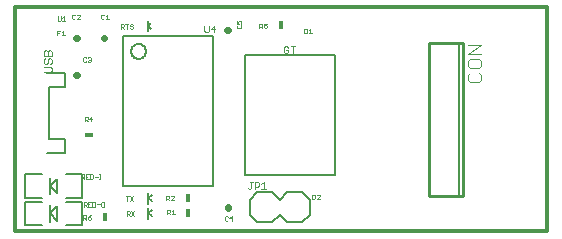
<source format=gto>
G75*
G70*
%OFA0B0*%
%FSLAX24Y24*%
%IPPOS*%
%LPD*%
%AMOC8*
5,1,8,0,0,1.08239X$1,22.5*
%
%ADD10C,0.0010*%
%ADD11R,0.0160X0.0280*%
%ADD12C,0.0080*%
%ADD13C,0.0050*%
%ADD14C,0.0020*%
%ADD15R,0.0280X0.0160*%
%ADD16C,0.0100*%
%ADD17C,0.0060*%
%ADD18C,0.0040*%
%ADD19C,0.0220*%
%ADD20C,0.0120*%
D10*
X003273Y001351D02*
X003273Y001501D01*
X003348Y001501D01*
X003373Y001476D01*
X003373Y001426D01*
X003348Y001401D01*
X003273Y001401D01*
X003323Y001401D02*
X003373Y001351D01*
X003421Y001376D02*
X003446Y001351D01*
X003496Y001351D01*
X003521Y001376D01*
X003521Y001401D01*
X003496Y001426D01*
X003421Y001426D01*
X003421Y001376D01*
X003421Y001426D02*
X003471Y001476D01*
X003521Y001501D01*
X003525Y001788D02*
X003425Y001788D01*
X003425Y001938D01*
X003525Y001938D01*
X003572Y001938D02*
X003647Y001938D01*
X003672Y001913D01*
X003672Y001813D01*
X003647Y001788D01*
X003572Y001788D01*
X003572Y001938D01*
X003475Y001863D02*
X003425Y001863D01*
X003377Y001863D02*
X003352Y001838D01*
X003277Y001838D01*
X003327Y001838D02*
X003377Y001788D01*
X003377Y001863D02*
X003377Y001913D01*
X003352Y001938D01*
X003277Y001938D01*
X003277Y001788D01*
X003719Y001863D02*
X003819Y001863D01*
X003866Y001913D02*
X003866Y001813D01*
X003892Y001788D01*
X003942Y001788D01*
X003967Y001813D01*
X003967Y001913D01*
X003942Y001938D01*
X003892Y001938D01*
X003866Y001913D01*
X004688Y002130D02*
X004788Y002130D01*
X004835Y002130D02*
X004935Y001980D01*
X004835Y001980D02*
X004935Y002130D01*
X004738Y002130D02*
X004738Y001980D01*
X004719Y001630D02*
X004794Y001630D01*
X004819Y001605D01*
X004819Y001555D01*
X004794Y001530D01*
X004719Y001530D01*
X004769Y001530D02*
X004819Y001480D01*
X004866Y001480D02*
X004966Y001630D01*
X004866Y001630D02*
X004966Y001480D01*
X004719Y001480D02*
X004719Y001630D01*
X006032Y002002D02*
X006032Y002152D01*
X006107Y002152D01*
X006132Y002127D01*
X006132Y002077D01*
X006107Y002052D01*
X006032Y002052D01*
X006082Y002052D02*
X006132Y002002D01*
X006180Y002002D02*
X006280Y002102D01*
X006280Y002127D01*
X006255Y002152D01*
X006205Y002152D01*
X006180Y002127D01*
X006180Y002002D02*
X006280Y002002D01*
X006261Y001684D02*
X006261Y001534D01*
X006211Y001534D02*
X006311Y001534D01*
X006211Y001634D02*
X006261Y001684D01*
X006164Y001659D02*
X006138Y001684D01*
X006063Y001684D01*
X006063Y001534D01*
X006063Y001584D02*
X006138Y001584D01*
X006164Y001609D01*
X006164Y001659D01*
X006113Y001584D02*
X006164Y001534D01*
X007987Y001439D02*
X007987Y001339D01*
X008012Y001314D01*
X008062Y001314D01*
X008087Y001339D01*
X008134Y001389D02*
X008234Y001389D01*
X008209Y001314D02*
X008209Y001464D01*
X008134Y001389D01*
X008087Y001439D02*
X008062Y001464D01*
X008012Y001464D01*
X007987Y001439D01*
X010900Y002034D02*
X010975Y002034D01*
X011000Y002059D01*
X011000Y002159D01*
X010975Y002184D01*
X010900Y002184D01*
X010900Y002034D01*
X011047Y002034D02*
X011147Y002134D01*
X011147Y002159D01*
X011122Y002184D01*
X011072Y002184D01*
X011047Y002159D01*
X011047Y002034D02*
X011147Y002034D01*
X003841Y002708D02*
X003791Y002708D01*
X003816Y002708D02*
X003816Y002859D01*
X003791Y002859D02*
X003841Y002859D01*
X003743Y002783D02*
X003643Y002783D01*
X003596Y002733D02*
X003596Y002833D01*
X003571Y002859D01*
X003496Y002859D01*
X003496Y002708D01*
X003571Y002708D01*
X003596Y002733D01*
X003449Y002708D02*
X003349Y002708D01*
X003349Y002859D01*
X003449Y002859D01*
X003399Y002783D02*
X003349Y002783D01*
X003301Y002783D02*
X003276Y002758D01*
X003201Y002758D01*
X003201Y002708D02*
X003201Y002859D01*
X003276Y002859D01*
X003301Y002833D01*
X003301Y002783D01*
X003251Y002758D02*
X003301Y002708D01*
X003319Y004634D02*
X003319Y004784D01*
X003394Y004784D01*
X003419Y004759D01*
X003419Y004709D01*
X003394Y004684D01*
X003319Y004684D01*
X003369Y004684D02*
X003419Y004634D01*
X003466Y004709D02*
X003566Y004709D01*
X003541Y004784D02*
X003466Y004709D01*
X003541Y004634D02*
X003541Y004784D01*
X003490Y006610D02*
X003440Y006610D01*
X003414Y006635D01*
X003367Y006635D02*
X003342Y006610D01*
X003292Y006610D01*
X003267Y006635D01*
X003267Y006735D01*
X003292Y006760D01*
X003342Y006760D01*
X003367Y006735D01*
X003414Y006735D02*
X003440Y006760D01*
X003490Y006760D01*
X003515Y006735D01*
X003515Y006710D01*
X003490Y006685D01*
X003515Y006660D01*
X003515Y006635D01*
X003490Y006610D01*
X003490Y006685D02*
X003465Y006685D01*
X002643Y007501D02*
X002543Y007501D01*
X002593Y007501D02*
X002593Y007651D01*
X002543Y007601D01*
X002495Y007651D02*
X002395Y007651D01*
X002395Y007501D01*
X002395Y007576D02*
X002445Y007576D01*
X002438Y007978D02*
X002488Y007978D01*
X002513Y008003D01*
X002513Y008128D01*
X002560Y008078D02*
X002610Y008128D01*
X002610Y007978D01*
X002560Y007978D02*
X002660Y007978D01*
X002438Y007978D02*
X002413Y008003D01*
X002413Y008128D01*
X002896Y008163D02*
X002896Y008063D01*
X002921Y008038D01*
X002971Y008038D01*
X002996Y008063D01*
X003043Y008038D02*
X003143Y008138D01*
X003143Y008163D01*
X003118Y008188D01*
X003068Y008188D01*
X003043Y008163D01*
X002996Y008163D02*
X002971Y008188D01*
X002921Y008188D01*
X002896Y008163D01*
X003043Y008038D02*
X003143Y008038D01*
X003864Y008059D02*
X003889Y008034D01*
X003939Y008034D01*
X003964Y008059D01*
X004012Y008034D02*
X004112Y008034D01*
X004062Y008034D02*
X004062Y008184D01*
X004012Y008134D01*
X003964Y008159D02*
X003939Y008184D01*
X003889Y008184D01*
X003864Y008159D01*
X003864Y008059D01*
X004523Y007871D02*
X004523Y007721D01*
X004523Y007771D02*
X004599Y007771D01*
X004624Y007796D01*
X004624Y007846D01*
X004599Y007871D01*
X004523Y007871D01*
X004574Y007771D02*
X004624Y007721D01*
X004721Y007721D02*
X004721Y007871D01*
X004671Y007871D02*
X004771Y007871D01*
X004818Y007846D02*
X004818Y007821D01*
X004843Y007796D01*
X004893Y007796D01*
X004918Y007771D01*
X004918Y007746D01*
X004893Y007721D01*
X004843Y007721D01*
X004818Y007746D01*
X004818Y007846D02*
X004843Y007871D01*
X004893Y007871D01*
X004918Y007846D01*
X008385Y007871D02*
X008460Y007871D01*
X008435Y007921D01*
X008435Y007946D01*
X008460Y007971D01*
X008510Y007971D01*
X008535Y007946D01*
X008535Y007896D01*
X008510Y007871D01*
X008510Y007824D02*
X008535Y007799D01*
X008535Y007749D01*
X008510Y007724D01*
X008410Y007724D01*
X008385Y007749D01*
X008385Y007799D01*
X008410Y007824D01*
X008385Y007871D02*
X008385Y007971D01*
X009137Y007888D02*
X009137Y007738D01*
X009137Y007788D02*
X009212Y007788D01*
X009237Y007813D01*
X009237Y007863D01*
X009212Y007888D01*
X009137Y007888D01*
X009187Y007788D02*
X009237Y007738D01*
X009284Y007763D02*
X009309Y007738D01*
X009359Y007738D01*
X009384Y007763D01*
X009384Y007813D01*
X009359Y007838D01*
X009334Y007838D01*
X009284Y007813D01*
X009284Y007888D01*
X009384Y007888D01*
X010634Y007713D02*
X010634Y007563D01*
X010709Y007563D01*
X010734Y007588D01*
X010734Y007688D01*
X010709Y007713D01*
X010634Y007713D01*
X010781Y007663D02*
X010831Y007713D01*
X010831Y007563D01*
X010781Y007563D02*
X010881Y007563D01*
D11*
X009858Y007824D03*
X006752Y002066D03*
X006752Y001566D03*
X003994Y001437D03*
D12*
X003229Y001161D02*
X003229Y001949D01*
X002678Y001949D01*
X002678Y002082D02*
X003229Y002082D01*
X003229Y002870D01*
X002678Y002870D01*
X002402Y002712D02*
X002166Y002476D01*
X002402Y002240D01*
X002402Y002712D01*
X002166Y002751D02*
X002166Y002476D01*
X002166Y002200D01*
X001890Y002082D02*
X001339Y002082D01*
X001339Y002870D01*
X001890Y002870D01*
X002042Y003555D02*
X002672Y003555D01*
X002672Y004028D01*
X002121Y004028D01*
X002121Y005760D01*
X002672Y005760D01*
X002672Y006232D01*
X002042Y006232D01*
X000979Y006232D02*
X000979Y003555D01*
X001339Y001949D02*
X001890Y001949D01*
X002166Y001831D02*
X002166Y001555D01*
X002402Y001791D01*
X002402Y001319D01*
X002166Y001555D01*
X002166Y001280D01*
X001890Y001161D02*
X001339Y001161D01*
X001339Y001949D01*
X002678Y001161D02*
X003229Y001161D01*
X005435Y001385D02*
X005435Y001566D01*
X005557Y001658D01*
X005435Y001747D02*
X005435Y001566D01*
X005441Y001556D02*
X005557Y001480D01*
X005435Y001885D02*
X005435Y002066D01*
X005557Y002158D01*
X005435Y002247D02*
X005435Y002066D01*
X005441Y002056D02*
X005557Y001980D01*
X008824Y002016D02*
X008824Y001516D01*
X009074Y001266D01*
X009574Y001266D01*
X009824Y001516D01*
X010074Y001266D01*
X010574Y001266D01*
X010824Y001516D01*
X010824Y002016D01*
X010574Y002266D01*
X010074Y002266D01*
X009824Y002016D01*
X009574Y002266D01*
X009074Y002266D01*
X008824Y002016D01*
X005419Y007626D02*
X005419Y007807D01*
X005541Y007899D01*
X005419Y007988D02*
X005419Y007807D01*
X005425Y007797D02*
X005541Y007721D01*
D13*
X004608Y007461D02*
X007608Y007461D01*
X007608Y002461D01*
X004608Y002461D01*
X004608Y007461D01*
X004858Y006961D02*
X004860Y006992D01*
X004866Y007023D01*
X004876Y007053D01*
X004889Y007081D01*
X004906Y007108D01*
X004926Y007132D01*
X004949Y007154D01*
X004974Y007172D01*
X005002Y007187D01*
X005031Y007199D01*
X005061Y007207D01*
X005092Y007211D01*
X005124Y007211D01*
X005155Y007207D01*
X005185Y007199D01*
X005214Y007187D01*
X005242Y007172D01*
X005267Y007154D01*
X005290Y007132D01*
X005310Y007108D01*
X005327Y007081D01*
X005340Y007053D01*
X005350Y007023D01*
X005356Y006992D01*
X005358Y006961D01*
X005356Y006930D01*
X005350Y006899D01*
X005340Y006869D01*
X005327Y006841D01*
X005310Y006814D01*
X005290Y006790D01*
X005267Y006768D01*
X005242Y006750D01*
X005214Y006735D01*
X005185Y006723D01*
X005155Y006715D01*
X005124Y006711D01*
X005092Y006711D01*
X005061Y006715D01*
X005031Y006723D01*
X005002Y006735D01*
X004974Y006750D01*
X004949Y006768D01*
X004926Y006790D01*
X004906Y006814D01*
X004889Y006841D01*
X004876Y006869D01*
X004866Y006899D01*
X004860Y006930D01*
X004858Y006961D01*
X008651Y006827D02*
X008651Y002827D01*
X011651Y002827D01*
X011651Y006827D01*
X008651Y006827D01*
D14*
X009961Y006939D02*
X009997Y006902D01*
X010071Y006902D01*
X010108Y006939D01*
X010108Y007012D01*
X010034Y007012D01*
X009961Y007085D02*
X009961Y006939D01*
X009961Y007085D02*
X009997Y007122D01*
X010071Y007122D01*
X010108Y007085D01*
X010182Y007122D02*
X010329Y007122D01*
X010255Y007122D02*
X010255Y006902D01*
X007673Y007706D02*
X007526Y007706D01*
X007636Y007816D01*
X007636Y007596D01*
X007452Y007633D02*
X007452Y007816D01*
X007305Y007816D02*
X007305Y007633D01*
X007342Y007596D01*
X007415Y007596D01*
X007452Y007633D01*
X002222Y006951D02*
X002222Y006811D01*
X001942Y006811D01*
X001942Y006951D01*
X001988Y006998D01*
X002035Y006998D01*
X002082Y006951D01*
X002082Y006811D01*
X002128Y006722D02*
X002175Y006722D01*
X002222Y006675D01*
X002222Y006581D01*
X002175Y006535D01*
X002175Y006445D02*
X001942Y006445D01*
X001988Y006535D02*
X001942Y006581D01*
X001942Y006675D01*
X001988Y006722D01*
X002082Y006675D02*
X002128Y006722D01*
X002082Y006675D02*
X002082Y006581D01*
X002035Y006535D01*
X001988Y006535D01*
X002175Y006445D02*
X002222Y006399D01*
X002222Y006305D01*
X002175Y006259D01*
X001942Y006259D01*
X002082Y006951D02*
X002128Y006998D01*
X002175Y006998D01*
X002222Y006951D01*
X008837Y002599D02*
X008910Y002599D01*
X008874Y002599D02*
X008874Y002415D01*
X008837Y002378D01*
X008800Y002378D01*
X008764Y002415D01*
X008985Y002378D02*
X008985Y002599D01*
X009095Y002599D01*
X009131Y002562D01*
X009131Y002489D01*
X009095Y002452D01*
X008985Y002452D01*
X009206Y002525D02*
X009279Y002599D01*
X009279Y002378D01*
X009206Y002378D02*
X009352Y002378D01*
D15*
X003442Y004159D03*
D16*
X014787Y002144D02*
X015928Y002144D01*
X015928Y007246D01*
X014787Y007246D01*
X014787Y002144D01*
D17*
X015791Y002187D02*
X015791Y007203D01*
D18*
X016077Y007162D02*
X016538Y007162D01*
X016077Y006855D01*
X016538Y006855D01*
X016461Y006701D02*
X016154Y006701D01*
X016077Y006624D01*
X016077Y006471D01*
X016154Y006394D01*
X016461Y006394D01*
X016538Y006471D01*
X016538Y006624D01*
X016461Y006701D01*
X016461Y006241D02*
X016538Y006164D01*
X016538Y006011D01*
X016461Y005934D01*
X016154Y005934D01*
X016077Y006011D01*
X016077Y006164D01*
X016154Y006241D01*
D19*
X008092Y007664D02*
X008068Y007664D01*
X003966Y007406D02*
X003942Y007406D01*
X003063Y007406D02*
X003039Y007406D01*
X003043Y006175D02*
X003019Y006175D01*
X008082Y001771D02*
X008082Y001747D01*
D20*
X000998Y000955D02*
X000998Y008435D01*
X018718Y008435D01*
X018718Y000955D01*
X000998Y000955D01*
M02*

</source>
